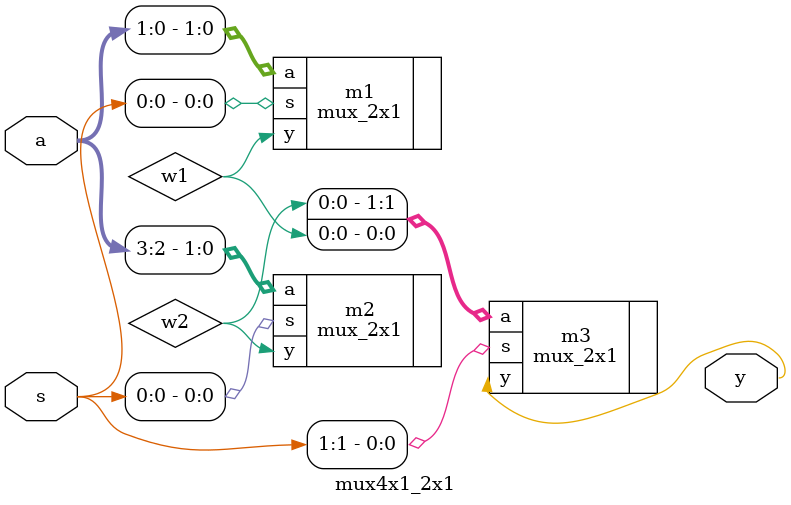
<source format=v>
module mux4x1_2x1(
input [3:0]a,
input [1:0]s,
output y
);
wire w1,w2;

mux_2x1 m1(.a(a[1:0]),.s(s[0]),.y(w1));
mux_2x1 m2(.a(a[3:2]),.s(s[0]),.y(w2));
mux_2x1 m3(.a({w2,w1}),.s(s[1]),.y(y));

endmodule

</source>
